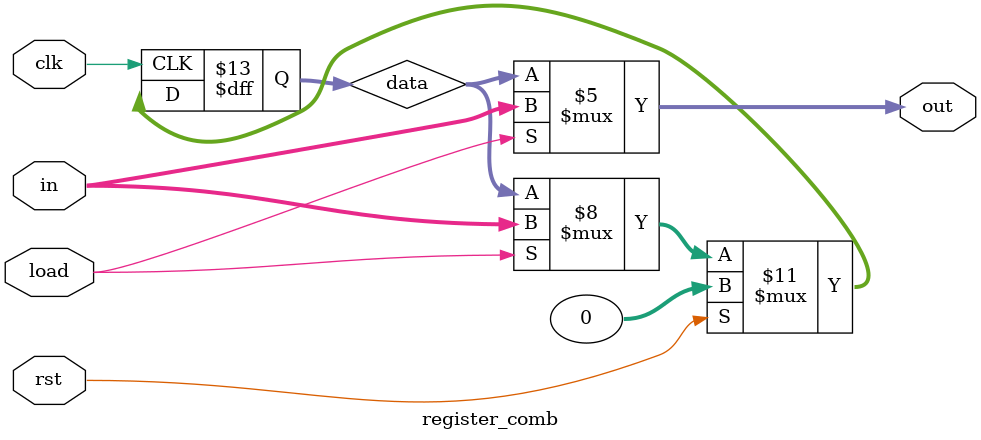
<source format=sv>
module register #(parameter width = 32)
(
    input clk,
    input rst,
    input load,
    input [width-1:0] in,
    output logic [width-1:0] out
);

logic [width-1:0] data = 1'b0;

always_ff @(posedge clk)
begin
    if (rst)
    begin
        data <= '0;
    end
    else if (load)
    begin
        data <= in;
    end
    else
    begin
        data <= data;
    end
end

always_comb
begin
    out = data;
end

endmodule : register

module register_comb #(parameter width = 32)
(
    input clk,
    input rst,
    input load,
    input [width-1:0] in,
    output logic [width-1:0] out
);

logic [width-1:0] data = 1'b0;

always_ff @(posedge clk)
begin
    if (rst)
    begin
        data <= '0;
    end
    else if (load)
    begin
        data <= in;
    end
    else
    begin
        data <= data;
    end
end

always_comb
begin
	 if (load)
		out = in;
	else
    out = data;
end

endmodule : register_comb
</source>
